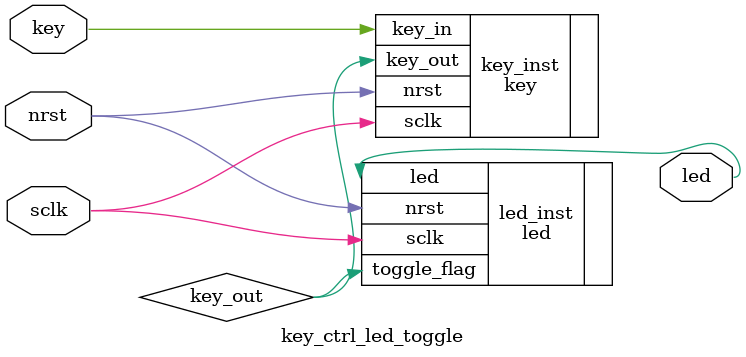
<source format=v>
module key_ctrl_led_toggle (
    input wire sclk,
    input wire nrst,
    input wire key,
    output led
);

wire key_out;
key #(
    .sclk_freq(50_000_000), // 系统时钟频率50MHz
    .press_vol(0), // 按键按下时为低电平
    .long_press(300), // 按键按住300ms后识别为长按
    .signal_interval(100) // 识别为长按后，连续脉冲的输出间隔为100ms
)
key_inst (
    .sclk(sclk),
    .nrst(nrst),
    .key_in(key),
    .key_out(key_out)
);

led led_inst (
    .sclk(sclk),
    .nrst(nrst),
    .toggle_flag(key_out),

    .led(led)
);

endmodule
</source>
